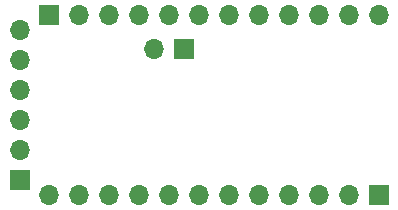
<source format=gbs>
%TF.GenerationSoftware,KiCad,Pcbnew,9.0.5-9.0.5~ubuntu24.04.1*%
%TF.CreationDate,2025-11-18T16:55:03+01:00*%
%TF.ProjectId,Nodo 2 MySensor,4e6f646f-2032-4204-9d79-53656e736f72,rev?*%
%TF.SameCoordinates,Original*%
%TF.FileFunction,Soldermask,Bot*%
%TF.FilePolarity,Negative*%
%FSLAX46Y46*%
G04 Gerber Fmt 4.6, Leading zero omitted, Abs format (unit mm)*
G04 Created by KiCad (PCBNEW 9.0.5-9.0.5~ubuntu24.04.1) date 2025-11-18 16:55:03*
%MOMM*%
%LPD*%
G01*
G04 APERTURE LIST*
%ADD10R,1.700000X1.700000*%
%ADD11O,1.700000X1.700000*%
G04 APERTURE END LIST*
D10*
%TO.C,J2*%
X115240000Y-86411000D03*
D11*
X112700000Y-86411000D03*
%TD*%
D10*
%TO.C,J1*%
X101327000Y-97460000D03*
D11*
X101327000Y-94920000D03*
X101327000Y-92380000D03*
X101327000Y-89840000D03*
X101327000Y-87300000D03*
X101327000Y-84760000D03*
%TD*%
D10*
%TO.C,J7*%
X131750000Y-98730000D03*
D11*
X129210000Y-98730000D03*
X126670000Y-98730000D03*
X124130000Y-98730000D03*
X121590000Y-98730000D03*
X119050000Y-98730000D03*
X116510000Y-98730000D03*
X113970000Y-98730000D03*
X111430000Y-98730000D03*
X108890000Y-98730000D03*
X106350000Y-98730000D03*
X103810000Y-98730000D03*
%TD*%
D10*
%TO.C,J6*%
X103810000Y-83490000D03*
D11*
X106350000Y-83490000D03*
X108890000Y-83490000D03*
X111430000Y-83490000D03*
X113970000Y-83490000D03*
X116510000Y-83490000D03*
X119050000Y-83490000D03*
X121590000Y-83490000D03*
X124130000Y-83490000D03*
X126670000Y-83490000D03*
X129210000Y-83490000D03*
X131750000Y-83490000D03*
%TD*%
M02*

</source>
